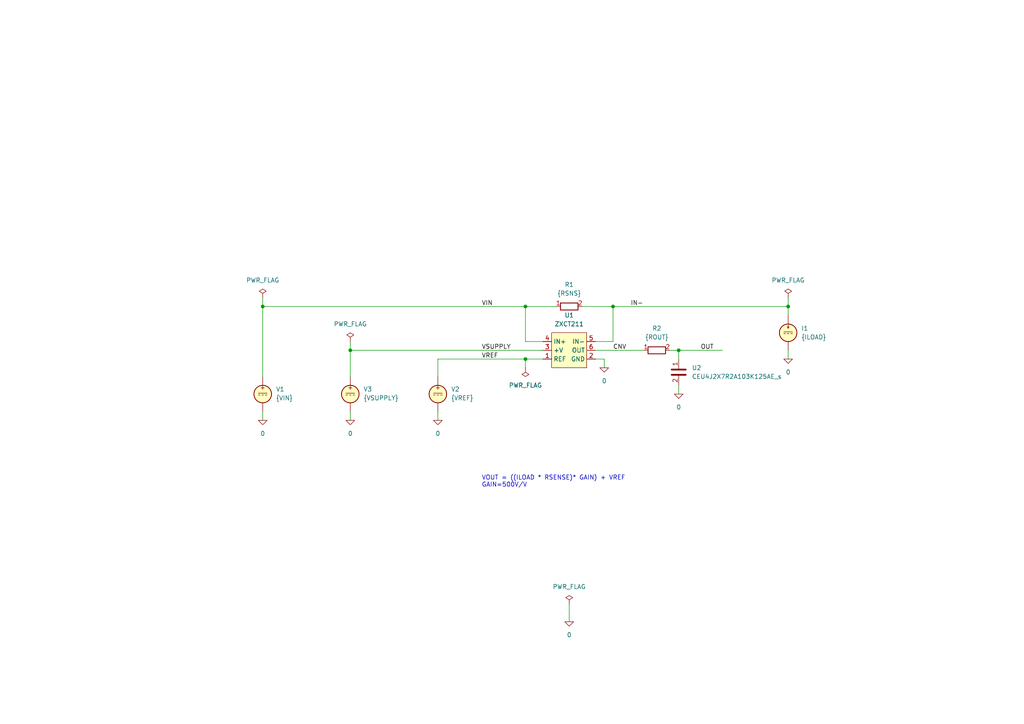
<source format=kicad_sch>
(kicad_sch
	(version 20250114)
	(generator "eeschema")
	(generator_version "9.0")
	(uuid "455fc641-20c7-4e9e-8241-2670819fc477")
	(paper "A4")
	(title_block
		(title "26V, Zero-Drift, High-Precision Current Monitor. 500V/V.")
		(date "2025-06-19")
		(rev "1")
		(company "astroelectronic@")
		(comment 1 "-")
		(comment 2 "-")
		(comment 3 "-")
		(comment 4 "AE01001211")
	)
	(lib_symbols
		(symbol "ZXCT210:0"
			(power)
			(pin_numbers
				(hide yes)
			)
			(pin_names
				(offset 0)
				(hide yes)
			)
			(exclude_from_sim no)
			(in_bom yes)
			(on_board yes)
			(property "Reference" "#GND"
				(at 0 -5.08 0)
				(effects
					(font
						(size 1.27 1.27)
					)
					(hide yes)
				)
			)
			(property "Value" "0"
				(at 0 -2.54 0)
				(effects
					(font
						(size 1.27 1.27)
					)
				)
			)
			(property "Footprint" ""
				(at 0 0 0)
				(effects
					(font
						(size 1.27 1.27)
					)
					(hide yes)
				)
			)
			(property "Datasheet" "https://ngspice.sourceforge.io/docs/ngspice-html-manual/manual.xhtml#subsec_Circuit_elements__device"
				(at 0 -10.16 0)
				(effects
					(font
						(size 1.27 1.27)
					)
					(hide yes)
				)
			)
			(property "Description" "0V reference potential for simulation"
				(at 0 -7.62 0)
				(effects
					(font
						(size 1.27 1.27)
					)
					(hide yes)
				)
			)
			(property "ki_keywords" "simulation"
				(at 0 0 0)
				(effects
					(font
						(size 1.27 1.27)
					)
					(hide yes)
				)
			)
			(symbol "0_0_1"
				(polyline
					(pts
						(xy -1.27 0) (xy 0 -1.27) (xy 1.27 0) (xy -1.27 0)
					)
					(stroke
						(width 0)
						(type default)
					)
					(fill
						(type none)
					)
				)
			)
			(symbol "0_1_1"
				(pin power_in line
					(at 0 0 0)
					(length 0)
					(name "~"
						(effects
							(font
								(size 1.016 1.016)
							)
						)
					)
					(number "1"
						(effects
							(font
								(size 1.016 1.016)
							)
						)
					)
				)
			)
			(embedded_fonts no)
		)
		(symbol "ZXCT210:C"
			(pin_names
				(offset 0.254)
				(hide yes)
			)
			(exclude_from_sim no)
			(in_bom yes)
			(on_board yes)
			(property "Reference" "C"
				(at 0.635 2.54 0)
				(effects
					(font
						(size 1.27 1.27)
					)
					(justify left)
				)
			)
			(property "Value" "C"
				(at 0.635 -2.54 0)
				(effects
					(font
						(size 1.27 1.27)
					)
					(justify left)
				)
			)
			(property "Footprint" ""
				(at 0.9652 -3.81 0)
				(effects
					(font
						(size 1.27 1.27)
					)
					(hide yes)
				)
			)
			(property "Datasheet" "~"
				(at 0 0 0)
				(effects
					(font
						(size 1.27 1.27)
					)
					(hide yes)
				)
			)
			(property "Description" "Unpolarized capacitor"
				(at 0 0 0)
				(effects
					(font
						(size 1.27 1.27)
					)
					(hide yes)
				)
			)
			(property "ki_keywords" "cap capacitor"
				(at 0 0 0)
				(effects
					(font
						(size 1.27 1.27)
					)
					(hide yes)
				)
			)
			(property "ki_fp_filters" "C_*"
				(at 0 0 0)
				(effects
					(font
						(size 1.27 1.27)
					)
					(hide yes)
				)
			)
			(symbol "C_0_1"
				(polyline
					(pts
						(xy -2.032 0.762) (xy 2.032 0.762)
					)
					(stroke
						(width 0.508)
						(type default)
					)
					(fill
						(type none)
					)
				)
				(polyline
					(pts
						(xy -2.032 -0.762) (xy 2.032 -0.762)
					)
					(stroke
						(width 0.508)
						(type default)
					)
					(fill
						(type none)
					)
				)
			)
			(symbol "C_1_1"
				(pin passive line
					(at 0 3.81 270)
					(length 2.794)
					(name "~"
						(effects
							(font
								(size 1.27 1.27)
							)
						)
					)
					(number "1"
						(effects
							(font
								(size 1.27 1.27)
							)
						)
					)
				)
				(pin passive line
					(at 0 -3.81 90)
					(length 2.794)
					(name "~"
						(effects
							(font
								(size 1.27 1.27)
							)
						)
					)
					(number "2"
						(effects
							(font
								(size 1.27 1.27)
							)
						)
					)
				)
			)
			(embedded_fonts no)
		)
		(symbol "ZXCT210:IDC"
			(pin_numbers
				(hide yes)
			)
			(pin_names
				(offset 0.0254)
			)
			(exclude_from_sim no)
			(in_bom yes)
			(on_board yes)
			(property "Reference" "I"
				(at 2.54 2.54 0)
				(effects
					(font
						(size 1.27 1.27)
					)
					(justify left)
				)
			)
			(property "Value" "1"
				(at 2.54 0 0)
				(effects
					(font
						(size 1.27 1.27)
					)
					(justify left)
				)
			)
			(property "Footprint" ""
				(at 0 0 0)
				(effects
					(font
						(size 1.27 1.27)
					)
					(hide yes)
				)
			)
			(property "Datasheet" "https://ngspice.sourceforge.io/docs/ngspice-html-manual/manual.xhtml#sec_Independent_Sources_for"
				(at 0 0 0)
				(effects
					(font
						(size 1.27 1.27)
					)
					(hide yes)
				)
			)
			(property "Description" "Current source, DC"
				(at 0 0 0)
				(effects
					(font
						(size 1.27 1.27)
					)
					(hide yes)
				)
			)
			(property "Sim.Pins" "1=+ 2=-"
				(at 0 0 0)
				(effects
					(font
						(size 1.27 1.27)
					)
					(hide yes)
				)
			)
			(property "Sim.Type" "DC"
				(at 0 0 0)
				(effects
					(font
						(size 1.27 1.27)
					)
					(hide yes)
				)
			)
			(property "Sim.Device" "I"
				(at 0 0 0)
				(effects
					(font
						(size 1.27 1.27)
					)
					(hide yes)
				)
			)
			(property "ki_keywords" "simulation"
				(at 0 0 0)
				(effects
					(font
						(size 1.27 1.27)
					)
					(hide yes)
				)
			)
			(symbol "IDC_0_0"
				(polyline
					(pts
						(xy -1.27 0.254) (xy 1.27 0.254)
					)
					(stroke
						(width 0)
						(type default)
					)
					(fill
						(type none)
					)
				)
				(polyline
					(pts
						(xy -0.762 -0.254) (xy -1.27 -0.254)
					)
					(stroke
						(width 0)
						(type default)
					)
					(fill
						(type none)
					)
				)
				(polyline
					(pts
						(xy 0.254 -0.254) (xy -0.254 -0.254)
					)
					(stroke
						(width 0)
						(type default)
					)
					(fill
						(type none)
					)
				)
				(polyline
					(pts
						(xy 1.27 -0.254) (xy 0.762 -0.254)
					)
					(stroke
						(width 0)
						(type default)
					)
					(fill
						(type none)
					)
				)
			)
			(symbol "IDC_0_1"
				(polyline
					(pts
						(xy -0.254 1.778) (xy 0 1.27) (xy 0.254 1.778)
					)
					(stroke
						(width 0)
						(type default)
					)
					(fill
						(type none)
					)
				)
				(polyline
					(pts
						(xy 0 1.27) (xy 0 2.286)
					)
					(stroke
						(width 0)
						(type default)
					)
					(fill
						(type none)
					)
				)
				(circle
					(center 0 0)
					(radius 2.54)
					(stroke
						(width 0.254)
						(type default)
					)
					(fill
						(type background)
					)
				)
			)
			(symbol "IDC_1_1"
				(pin passive line
					(at 0 5.08 270)
					(length 2.54)
					(name "~"
						(effects
							(font
								(size 1.27 1.27)
							)
						)
					)
					(number "1"
						(effects
							(font
								(size 1.27 1.27)
							)
						)
					)
				)
				(pin passive line
					(at 0 -5.08 90)
					(length 2.54)
					(name "~"
						(effects
							(font
								(size 1.27 1.27)
							)
						)
					)
					(number "2"
						(effects
							(font
								(size 1.27 1.27)
							)
						)
					)
				)
			)
			(embedded_fonts no)
		)
		(symbol "ZXCT210:PWR_FLAG"
			(power)
			(pin_numbers
				(hide yes)
			)
			(pin_names
				(offset 0)
				(hide yes)
			)
			(exclude_from_sim no)
			(in_bom yes)
			(on_board yes)
			(property "Reference" "#FLG"
				(at 0 1.905 0)
				(effects
					(font
						(size 1.27 1.27)
					)
					(hide yes)
				)
			)
			(property "Value" "PWR_FLAG"
				(at 0 3.81 0)
				(effects
					(font
						(size 1.27 1.27)
					)
				)
			)
			(property "Footprint" ""
				(at 0 0 0)
				(effects
					(font
						(size 1.27 1.27)
					)
					(hide yes)
				)
			)
			(property "Datasheet" "~"
				(at 0 0 0)
				(effects
					(font
						(size 1.27 1.27)
					)
					(hide yes)
				)
			)
			(property "Description" "Special symbol for telling ERC where power comes from"
				(at 0 0 0)
				(effects
					(font
						(size 1.27 1.27)
					)
					(hide yes)
				)
			)
			(property "ki_keywords" "flag power"
				(at 0 0 0)
				(effects
					(font
						(size 1.27 1.27)
					)
					(hide yes)
				)
			)
			(symbol "PWR_FLAG_0_0"
				(pin power_out line
					(at 0 0 90)
					(length 0)
					(name "~"
						(effects
							(font
								(size 1.27 1.27)
							)
						)
					)
					(number "1"
						(effects
							(font
								(size 1.27 1.27)
							)
						)
					)
				)
			)
			(symbol "PWR_FLAG_0_1"
				(polyline
					(pts
						(xy 0 0) (xy 0 1.27) (xy -1.016 1.905) (xy 0 2.54) (xy 1.016 1.905) (xy 0 1.27)
					)
					(stroke
						(width 0)
						(type default)
					)
					(fill
						(type none)
					)
				)
			)
			(embedded_fonts no)
		)
		(symbol "ZXCT210:R"
			(pin_names
				(offset 0)
				(hide yes)
			)
			(exclude_from_sim no)
			(in_bom yes)
			(on_board yes)
			(property "Reference" "R"
				(at 2.032 0 90)
				(effects
					(font
						(size 1.27 1.27)
					)
				)
			)
			(property "Value" "R"
				(at 0 0 90)
				(effects
					(font
						(size 1.27 1.27)
					)
				)
			)
			(property "Footprint" ""
				(at -1.778 0 90)
				(effects
					(font
						(size 1.27 1.27)
					)
					(hide yes)
				)
			)
			(property "Datasheet" "~"
				(at 0 0 0)
				(effects
					(font
						(size 1.27 1.27)
					)
					(hide yes)
				)
			)
			(property "Description" "Resistor"
				(at 0 0 0)
				(effects
					(font
						(size 1.27 1.27)
					)
					(hide yes)
				)
			)
			(property "ki_keywords" "R res resistor"
				(at 0 0 0)
				(effects
					(font
						(size 1.27 1.27)
					)
					(hide yes)
				)
			)
			(property "ki_fp_filters" "R_*"
				(at 0 0 0)
				(effects
					(font
						(size 1.27 1.27)
					)
					(hide yes)
				)
			)
			(symbol "R_0_1"
				(rectangle
					(start -1.016 -2.54)
					(end 1.016 2.54)
					(stroke
						(width 0.254)
						(type default)
					)
					(fill
						(type none)
					)
				)
			)
			(symbol "R_1_1"
				(pin passive line
					(at 0 3.81 270)
					(length 1.27)
					(name "~"
						(effects
							(font
								(size 1.27 1.27)
							)
						)
					)
					(number "1"
						(effects
							(font
								(size 1.27 1.27)
							)
						)
					)
				)
				(pin passive line
					(at 0 -3.81 90)
					(length 1.27)
					(name "~"
						(effects
							(font
								(size 1.27 1.27)
							)
						)
					)
					(number "2"
						(effects
							(font
								(size 1.27 1.27)
							)
						)
					)
				)
			)
			(embedded_fonts no)
		)
		(symbol "ZXCT210:VDC"
			(pin_numbers
				(hide yes)
			)
			(pin_names
				(offset 0.0254)
			)
			(exclude_from_sim no)
			(in_bom yes)
			(on_board yes)
			(property "Reference" "V"
				(at 2.54 2.54 0)
				(effects
					(font
						(size 1.27 1.27)
					)
					(justify left)
				)
			)
			(property "Value" "1"
				(at 2.54 0 0)
				(effects
					(font
						(size 1.27 1.27)
					)
					(justify left)
				)
			)
			(property "Footprint" ""
				(at 0 0 0)
				(effects
					(font
						(size 1.27 1.27)
					)
					(hide yes)
				)
			)
			(property "Datasheet" "https://ngspice.sourceforge.io/docs/ngspice-html-manual/manual.xhtml#sec_Independent_Sources_for"
				(at 0 0 0)
				(effects
					(font
						(size 1.27 1.27)
					)
					(hide yes)
				)
			)
			(property "Description" "Voltage source, DC"
				(at 0 0 0)
				(effects
					(font
						(size 1.27 1.27)
					)
					(hide yes)
				)
			)
			(property "Sim.Pins" "1=+ 2=-"
				(at 0 0 0)
				(effects
					(font
						(size 1.27 1.27)
					)
					(hide yes)
				)
			)
			(property "Sim.Type" "DC"
				(at 0 0 0)
				(effects
					(font
						(size 1.27 1.27)
					)
					(hide yes)
				)
			)
			(property "Sim.Device" "V"
				(at 0 0 0)
				(effects
					(font
						(size 1.27 1.27)
					)
					(justify left)
					(hide yes)
				)
			)
			(property "ki_keywords" "simulation"
				(at 0 0 0)
				(effects
					(font
						(size 1.27 1.27)
					)
					(hide yes)
				)
			)
			(symbol "VDC_0_0"
				(polyline
					(pts
						(xy -1.27 0.254) (xy 1.27 0.254)
					)
					(stroke
						(width 0)
						(type default)
					)
					(fill
						(type none)
					)
				)
				(polyline
					(pts
						(xy -0.762 -0.254) (xy -1.27 -0.254)
					)
					(stroke
						(width 0)
						(type default)
					)
					(fill
						(type none)
					)
				)
				(polyline
					(pts
						(xy 0.254 -0.254) (xy -0.254 -0.254)
					)
					(stroke
						(width 0)
						(type default)
					)
					(fill
						(type none)
					)
				)
				(polyline
					(pts
						(xy 1.27 -0.254) (xy 0.762 -0.254)
					)
					(stroke
						(width 0)
						(type default)
					)
					(fill
						(type none)
					)
				)
				(text "+"
					(at 0 1.905 0)
					(effects
						(font
							(size 1.27 1.27)
						)
					)
				)
			)
			(symbol "VDC_0_1"
				(circle
					(center 0 0)
					(radius 2.54)
					(stroke
						(width 0.254)
						(type default)
					)
					(fill
						(type background)
					)
				)
			)
			(symbol "VDC_1_1"
				(pin passive line
					(at 0 5.08 270)
					(length 2.54)
					(name "~"
						(effects
							(font
								(size 1.27 1.27)
							)
						)
					)
					(number "1"
						(effects
							(font
								(size 1.27 1.27)
							)
						)
					)
				)
				(pin passive line
					(at 0 -5.08 90)
					(length 2.54)
					(name "~"
						(effects
							(font
								(size 1.27 1.27)
							)
						)
					)
					(number "2"
						(effects
							(font
								(size 1.27 1.27)
							)
						)
					)
				)
			)
			(embedded_fonts no)
		)
		(symbol "ZXCT211:ZXCT211"
			(exclude_from_sim no)
			(in_bom yes)
			(on_board yes)
			(property "Reference" "U"
				(at 0 8.636 0)
				(effects
					(font
						(size 1.27 1.27)
					)
				)
			)
			(property "Value" "ZXCT211"
				(at 0 6.35 0)
				(effects
					(font
						(size 1.27 1.27)
					)
				)
			)
			(property "Footprint" ""
				(at 0 0 0)
				(effects
					(font
						(size 1.27 1.27)
					)
					(hide yes)
				)
			)
			(property "Datasheet" ""
				(at 0 0 0)
				(effects
					(font
						(size 1.27 1.27)
					)
					(hide yes)
				)
			)
			(property "Description" ""
				(at 0 0 0)
				(effects
					(font
						(size 1.27 1.27)
					)
					(hide yes)
				)
			)
			(symbol "ZXCT211_1_1"
				(rectangle
					(start -5.08 5.08)
					(end 5.08 -5.08)
					(stroke
						(width 0)
						(type solid)
					)
					(fill
						(type background)
					)
				)
				(pin passive line
					(at -7.62 2.54 0)
					(length 2.54)
					(name "IN+"
						(effects
							(font
								(size 1.27 1.27)
							)
						)
					)
					(number "4"
						(effects
							(font
								(size 1.27 1.27)
							)
						)
					)
				)
				(pin passive line
					(at -7.62 0 0)
					(length 2.54)
					(name "+V"
						(effects
							(font
								(size 1.27 1.27)
							)
						)
					)
					(number "3"
						(effects
							(font
								(size 1.27 1.27)
							)
						)
					)
				)
				(pin passive line
					(at -7.62 -2.54 0)
					(length 2.54)
					(name "REF"
						(effects
							(font
								(size 1.27 1.27)
							)
						)
					)
					(number "1"
						(effects
							(font
								(size 1.27 1.27)
							)
						)
					)
				)
				(pin passive line
					(at 7.62 2.54 180)
					(length 2.54)
					(name "IN-"
						(effects
							(font
								(size 1.27 1.27)
							)
						)
					)
					(number "5"
						(effects
							(font
								(size 1.27 1.27)
							)
						)
					)
				)
				(pin passive line
					(at 7.62 0 180)
					(length 2.54)
					(name "OUT"
						(effects
							(font
								(size 1.27 1.27)
							)
						)
					)
					(number "6"
						(effects
							(font
								(size 1.27 1.27)
							)
						)
					)
				)
				(pin passive line
					(at 7.62 -2.54 180)
					(length 2.54)
					(name "GND"
						(effects
							(font
								(size 1.27 1.27)
							)
						)
					)
					(number "2"
						(effects
							(font
								(size 1.27 1.27)
							)
						)
					)
				)
			)
			(embedded_fonts no)
		)
	)
	(text "VOUT = ((ILOAD * RSENSE)* GAIN) + VREF\nGAIN=500V/V"
		(exclude_from_sim no)
		(at 139.7 139.7 0)
		(effects
			(font
				(size 1.27 1.27)
			)
			(justify left)
		)
		(uuid "a5caffef-6bd3-453f-9e43-3bf0c9dfcca0")
	)
	(junction
		(at 228.6 88.9)
		(diameter 0)
		(color 0 0 0 0)
		(uuid "0a3061e5-6401-4895-961b-7ea65c1a2872")
	)
	(junction
		(at 196.85 101.6)
		(diameter 0)
		(color 0 0 0 0)
		(uuid "16a23488-2277-452e-8dd7-6768a6021d30")
	)
	(junction
		(at 152.4 88.9)
		(diameter 0)
		(color 0 0 0 0)
		(uuid "3628b1b6-b34f-4851-a4e3-bb8dc9d9f9d0")
	)
	(junction
		(at 152.4 104.14)
		(diameter 0)
		(color 0 0 0 0)
		(uuid "38c4be47-0504-4d86-8637-946268d5b9d4")
	)
	(junction
		(at 177.8 88.9)
		(diameter 0)
		(color 0 0 0 0)
		(uuid "94c2df24-da2e-4b9c-b134-5a280d95f3e8")
	)
	(junction
		(at 76.2 88.9)
		(diameter 0)
		(color 0 0 0 0)
		(uuid "a26c8161-a095-4fb9-8077-f9689ad269fb")
	)
	(junction
		(at 101.6 101.6)
		(diameter 0)
		(color 0 0 0 0)
		(uuid "b578d2df-ef50-49fa-aae3-7d98df1b33a5")
	)
	(wire
		(pts
			(xy 152.4 99.06) (xy 152.4 88.9)
		)
		(stroke
			(width 0)
			(type default)
		)
		(uuid "09ac9d06-8015-450d-80eb-69da42bf8689")
	)
	(wire
		(pts
			(xy 177.8 88.9) (xy 228.6 88.9)
		)
		(stroke
			(width 0)
			(type default)
		)
		(uuid "0fffa8b0-da13-4ee9-82ea-4c170b003f8d")
	)
	(wire
		(pts
			(xy 127 104.14) (xy 152.4 104.14)
		)
		(stroke
			(width 0)
			(type default)
		)
		(uuid "10ad0538-0bdc-47b9-a899-59429ffec9aa")
	)
	(wire
		(pts
			(xy 172.72 101.6) (xy 186.69 101.6)
		)
		(stroke
			(width 0)
			(type default)
		)
		(uuid "1d3da28c-49ad-498e-9600-28e43cc61553")
	)
	(wire
		(pts
			(xy 152.4 104.14) (xy 152.4 106.68)
		)
		(stroke
			(width 0)
			(type default)
		)
		(uuid "1f85954a-047e-46e5-bcf7-584f70d2a98d")
	)
	(wire
		(pts
			(xy 196.85 111.76) (xy 196.85 114.3)
		)
		(stroke
			(width 0)
			(type default)
		)
		(uuid "36df62e8-0c9f-4251-ac3f-2832ca0cc1f3")
	)
	(wire
		(pts
			(xy 194.31 101.6) (xy 196.85 101.6)
		)
		(stroke
			(width 0)
			(type default)
		)
		(uuid "3a2bc204-7533-42a5-9eab-56cb3c8bcb5b")
	)
	(wire
		(pts
			(xy 127 119.38) (xy 127 121.92)
		)
		(stroke
			(width 0)
			(type default)
		)
		(uuid "3f5d6001-222f-43e4-973d-29563eac5b13")
	)
	(wire
		(pts
			(xy 76.2 88.9) (xy 152.4 88.9)
		)
		(stroke
			(width 0)
			(type default)
		)
		(uuid "44830f18-0683-4836-8f28-c77d9a03af83")
	)
	(wire
		(pts
			(xy 101.6 99.06) (xy 101.6 101.6)
		)
		(stroke
			(width 0)
			(type default)
		)
		(uuid "4aa9d5f6-9fe4-422c-9613-8bbd2e195199")
	)
	(wire
		(pts
			(xy 177.8 99.06) (xy 177.8 88.9)
		)
		(stroke
			(width 0)
			(type default)
		)
		(uuid "52ba0470-5b56-4c4a-96fc-0a3c6e6d5ce4")
	)
	(wire
		(pts
			(xy 152.4 104.14) (xy 157.48 104.14)
		)
		(stroke
			(width 0)
			(type default)
		)
		(uuid "5661ed08-6d21-4ef0-90c0-2b3fc7622e57")
	)
	(wire
		(pts
			(xy 157.48 99.06) (xy 152.4 99.06)
		)
		(stroke
			(width 0)
			(type default)
		)
		(uuid "5a763282-713b-4cef-a15f-a2e7b3c35f0c")
	)
	(wire
		(pts
			(xy 172.72 99.06) (xy 177.8 99.06)
		)
		(stroke
			(width 0)
			(type default)
		)
		(uuid "69d3695f-5496-45bb-abb9-422b23de7695")
	)
	(wire
		(pts
			(xy 196.85 101.6) (xy 209.55 101.6)
		)
		(stroke
			(width 0)
			(type default)
		)
		(uuid "6b96a463-4b62-410c-a264-a148b5227ec5")
	)
	(wire
		(pts
			(xy 228.6 101.6) (xy 228.6 104.14)
		)
		(stroke
			(width 0)
			(type default)
		)
		(uuid "6c7c733a-f945-40ff-9998-1126a6b79740")
	)
	(wire
		(pts
			(xy 76.2 119.38) (xy 76.2 121.92)
		)
		(stroke
			(width 0)
			(type default)
		)
		(uuid "6d75ca42-45c4-4c58-b78d-9dc0fe60b7e1")
	)
	(wire
		(pts
			(xy 101.6 119.38) (xy 101.6 121.92)
		)
		(stroke
			(width 0)
			(type default)
		)
		(uuid "76182d73-f986-4986-af89-0e73eca9b29a")
	)
	(wire
		(pts
			(xy 177.8 88.9) (xy 168.91 88.9)
		)
		(stroke
			(width 0)
			(type default)
		)
		(uuid "7ca5ddf9-590e-4e54-ba8f-b94a68c1b6c9")
	)
	(wire
		(pts
			(xy 127 104.14) (xy 127 109.22)
		)
		(stroke
			(width 0)
			(type default)
		)
		(uuid "88c8e68c-433b-43ec-b403-d08247c56bd7")
	)
	(wire
		(pts
			(xy 76.2 88.9) (xy 76.2 109.22)
		)
		(stroke
			(width 0)
			(type default)
		)
		(uuid "92f826a9-2075-4edc-aac5-89e4da6f3535")
	)
	(wire
		(pts
			(xy 101.6 101.6) (xy 157.48 101.6)
		)
		(stroke
			(width 0)
			(type default)
		)
		(uuid "9c4825e9-0509-48f6-809b-d058e087dd89")
	)
	(wire
		(pts
			(xy 196.85 101.6) (xy 196.85 104.14)
		)
		(stroke
			(width 0)
			(type default)
		)
		(uuid "afa95b61-1367-4d05-baab-018dd51b7f41")
	)
	(wire
		(pts
			(xy 165.1 175.26) (xy 165.1 180.34)
		)
		(stroke
			(width 0)
			(type default)
		)
		(uuid "b7bce18a-9866-4032-b668-cd31904a3e4c")
	)
	(wire
		(pts
			(xy 175.26 106.68) (xy 175.26 104.14)
		)
		(stroke
			(width 0)
			(type default)
		)
		(uuid "bed7309f-f0ab-4b51-9438-9fbf2b04c8f6")
	)
	(wire
		(pts
			(xy 175.26 104.14) (xy 172.72 104.14)
		)
		(stroke
			(width 0)
			(type default)
		)
		(uuid "c5b7a985-49ae-4605-92b1-1840f8030bf3")
	)
	(wire
		(pts
			(xy 228.6 88.9) (xy 228.6 91.44)
		)
		(stroke
			(width 0)
			(type default)
		)
		(uuid "caaa7710-bbc1-4d32-bdeb-2f5000942232")
	)
	(wire
		(pts
			(xy 228.6 86.36) (xy 228.6 88.9)
		)
		(stroke
			(width 0)
			(type default)
		)
		(uuid "d6b848c0-3266-4405-a86f-4374e824796d")
	)
	(wire
		(pts
			(xy 76.2 86.36) (xy 76.2 88.9)
		)
		(stroke
			(width 0)
			(type default)
		)
		(uuid "e4da28a8-4960-4482-b1e6-0d045dcb5cf6")
	)
	(wire
		(pts
			(xy 152.4 88.9) (xy 161.29 88.9)
		)
		(stroke
			(width 0)
			(type default)
		)
		(uuid "e7afa915-a981-4546-b8f3-42abec97cfad")
	)
	(wire
		(pts
			(xy 101.6 101.6) (xy 101.6 109.22)
		)
		(stroke
			(width 0)
			(type default)
		)
		(uuid "f4938b57-d5ba-451a-8f33-61636d96cf12")
	)
	(label "VIN"
		(at 139.7 88.9 0)
		(effects
			(font
				(size 1.27 1.27)
			)
			(justify left bottom)
		)
		(uuid "030994ab-c09a-4c03-95b6-f460d842e16e")
	)
	(label "VSUPPLY"
		(at 139.7 101.6 0)
		(effects
			(font
				(size 1.27 1.27)
			)
			(justify left bottom)
		)
		(uuid "288d0ac3-580a-49fb-8b71-4d2c30a3ee0a")
	)
	(label "VREF"
		(at 139.7 104.14 0)
		(effects
			(font
				(size 1.27 1.27)
			)
			(justify left bottom)
		)
		(uuid "46c7b12b-7301-455d-a3be-0d22a9f516e0")
	)
	(label "CNV"
		(at 177.8 101.6 0)
		(effects
			(font
				(size 1.27 1.27)
			)
			(justify left bottom)
		)
		(uuid "4fc4e1d3-56f2-475d-9a16-f3e3ae791f2c")
	)
	(label "IN-"
		(at 182.88 88.9 0)
		(effects
			(font
				(size 1.27 1.27)
			)
			(justify left bottom)
		)
		(uuid "880e6e31-6fc7-4cdd-85c7-544a160b22fa")
	)
	(label "OUT"
		(at 203.2 101.6 0)
		(effects
			(font
				(size 1.27 1.27)
			)
			(justify left bottom)
		)
		(uuid "889aa515-44b7-42b2-ab48-27d6723d124b")
	)
	(symbol
		(lib_id "ZXCT210:R")
		(at 165.1 88.9 90)
		(unit 1)
		(exclude_from_sim no)
		(in_bom yes)
		(on_board yes)
		(dnp no)
		(fields_autoplaced yes)
		(uuid "0c7cd91c-c0e7-4c64-adc8-61d938c1cda4")
		(property "Reference" "R1"
			(at 165.1 82.55 90)
			(effects
				(font
					(size 1.27 1.27)
				)
			)
		)
		(property "Value" "{RSNS}"
			(at 165.1 85.09 90)
			(effects
				(font
					(size 1.27 1.27)
				)
			)
		)
		(property "Footprint" ""
			(at 165.1 90.678 90)
			(effects
				(font
					(size 1.27 1.27)
				)
				(hide yes)
			)
		)
		(property "Datasheet" "~"
			(at 165.1 88.9 0)
			(effects
				(font
					(size 1.27 1.27)
				)
				(hide yes)
			)
		)
		(property "Description" "Resistor"
			(at 165.1 88.9 0)
			(effects
				(font
					(size 1.27 1.27)
				)
				(hide yes)
			)
		)
		(pin "2"
			(uuid "f3f21b90-08da-4eb0-bd89-61f241db5ebd")
		)
		(pin "1"
			(uuid "c0e3f967-b0f6-46f1-a443-dc201580d94e")
		)
		(instances
			(project "ZXCT211"
				(path "/455fc641-20c7-4e9e-8241-2670819fc477"
					(reference "R1")
					(unit 1)
				)
			)
		)
	)
	(symbol
		(lib_id "ZXCT210:0")
		(at 175.26 106.68 0)
		(unit 1)
		(exclude_from_sim no)
		(in_bom yes)
		(on_board yes)
		(dnp no)
		(fields_autoplaced yes)
		(uuid "1131f058-b6cd-40f2-aa93-900d693e5a89")
		(property "Reference" "#GND03"
			(at 175.26 111.76 0)
			(effects
				(font
					(size 1.27 1.27)
				)
				(hide yes)
			)
		)
		(property "Value" "0"
			(at 175.26 110.49 0)
			(effects
				(font
					(size 1.27 1.27)
				)
			)
		)
		(property "Footprint" ""
			(at 175.26 106.68 0)
			(effects
				(font
					(size 1.27 1.27)
				)
				(hide yes)
			)
		)
		(property "Datasheet" "https://ngspice.sourceforge.io/docs/ngspice-html-manual/manual.xhtml#subsec_Circuit_elements__device"
			(at 175.26 116.84 0)
			(effects
				(font
					(size 1.27 1.27)
				)
				(hide yes)
			)
		)
		(property "Description" "0V reference potential for simulation"
			(at 175.26 114.3 0)
			(effects
				(font
					(size 1.27 1.27)
				)
				(hide yes)
			)
		)
		(pin "1"
			(uuid "98fc72b7-5733-4bb5-b7ae-146d94d91e07")
		)
		(instances
			(project "ZXCT211"
				(path "/455fc641-20c7-4e9e-8241-2670819fc477"
					(reference "#GND03")
					(unit 1)
				)
			)
		)
	)
	(symbol
		(lib_id "ZXCT210:VDC")
		(at 101.6 114.3 0)
		(unit 1)
		(exclude_from_sim no)
		(in_bom yes)
		(on_board yes)
		(dnp no)
		(fields_autoplaced yes)
		(uuid "305af13e-e1c2-412b-ad8f-1e8c021c7630")
		(property "Reference" "V3"
			(at 105.41 112.9001 0)
			(effects
				(font
					(size 1.27 1.27)
				)
				(justify left)
			)
		)
		(property "Value" "{VSUPPLY}"
			(at 105.41 115.4401 0)
			(effects
				(font
					(size 1.27 1.27)
				)
				(justify left)
			)
		)
		(property "Footprint" ""
			(at 101.6 114.3 0)
			(effects
				(font
					(size 1.27 1.27)
				)
				(hide yes)
			)
		)
		(property "Datasheet" "https://ngspice.sourceforge.io/docs/ngspice-html-manual/manual.xhtml#sec_Independent_Sources_for"
			(at 101.6 114.3 0)
			(effects
				(font
					(size 1.27 1.27)
				)
				(hide yes)
			)
		)
		(property "Description" "Voltage source, DC"
			(at 101.6 114.3 0)
			(effects
				(font
					(size 1.27 1.27)
				)
				(hide yes)
			)
		)
		(property "Sim.Pins" "1=+ 2=-"
			(at 101.6 114.3 0)
			(effects
				(font
					(size 1.27 1.27)
				)
				(hide yes)
			)
		)
		(property "Sim.Type" "DC"
			(at 101.6 114.3 0)
			(effects
				(font
					(size 1.27 1.27)
				)
				(hide yes)
			)
		)
		(property "Sim.Device" "V"
			(at 101.6 114.3 0)
			(effects
				(font
					(size 1.27 1.27)
				)
				(justify left)
				(hide yes)
			)
		)
		(pin "1"
			(uuid "3ac4f2dd-88d2-4d82-a1be-5bf43375448a")
		)
		(pin "2"
			(uuid "e93c9aef-7d62-43a0-81c0-7536d160ee4d")
		)
		(instances
			(project "ZXCT211"
				(path "/455fc641-20c7-4e9e-8241-2670819fc477"
					(reference "V3")
					(unit 1)
				)
			)
		)
	)
	(symbol
		(lib_id "ZXCT210:R")
		(at 190.5 101.6 90)
		(unit 1)
		(exclude_from_sim no)
		(in_bom yes)
		(on_board yes)
		(dnp no)
		(fields_autoplaced yes)
		(uuid "433e41b9-94f5-4a9a-ab82-c3426a2f00d5")
		(property "Reference" "R2"
			(at 190.5 95.25 90)
			(effects
				(font
					(size 1.27 1.27)
				)
			)
		)
		(property "Value" "{ROUT}"
			(at 190.5 97.79 90)
			(effects
				(font
					(size 1.27 1.27)
				)
			)
		)
		(property "Footprint" ""
			(at 190.5 103.378 90)
			(effects
				(font
					(size 1.27 1.27)
				)
				(hide yes)
			)
		)
		(property "Datasheet" "~"
			(at 190.5 101.6 0)
			(effects
				(font
					(size 1.27 1.27)
				)
				(hide yes)
			)
		)
		(property "Description" "Resistor"
			(at 190.5 101.6 0)
			(effects
				(font
					(size 1.27 1.27)
				)
				(hide yes)
			)
		)
		(pin "1"
			(uuid "1ff46e8e-c297-454c-b2c3-e485f03ec0e0")
		)
		(pin "2"
			(uuid "22080368-1c3f-47a2-b5af-be61e27138ec")
		)
		(instances
			(project "ZXCT211"
				(path "/455fc641-20c7-4e9e-8241-2670819fc477"
					(reference "R2")
					(unit 1)
				)
			)
		)
	)
	(symbol
		(lib_id "ZXCT210:VDC")
		(at 127 114.3 0)
		(unit 1)
		(exclude_from_sim no)
		(in_bom yes)
		(on_board yes)
		(dnp no)
		(fields_autoplaced yes)
		(uuid "50c67927-cf69-4f2d-8485-0d6ab0f6578c")
		(property "Reference" "V2"
			(at 130.81 112.9001 0)
			(effects
				(font
					(size 1.27 1.27)
				)
				(justify left)
			)
		)
		(property "Value" "{VREF}"
			(at 130.81 115.4401 0)
			(effects
				(font
					(size 1.27 1.27)
				)
				(justify left)
			)
		)
		(property "Footprint" ""
			(at 127 114.3 0)
			(effects
				(font
					(size 1.27 1.27)
				)
				(hide yes)
			)
		)
		(property "Datasheet" "https://ngspice.sourceforge.io/docs/ngspice-html-manual/manual.xhtml#sec_Independent_Sources_for"
			(at 127 114.3 0)
			(effects
				(font
					(size 1.27 1.27)
				)
				(hide yes)
			)
		)
		(property "Description" "Voltage source, DC"
			(at 127 114.3 0)
			(effects
				(font
					(size 1.27 1.27)
				)
				(hide yes)
			)
		)
		(property "Sim.Pins" "1=+ 2=-"
			(at 127 114.3 0)
			(effects
				(font
					(size 1.27 1.27)
				)
				(hide yes)
			)
		)
		(property "Sim.Type" "DC"
			(at 127 114.3 0)
			(effects
				(font
					(size 1.27 1.27)
				)
				(hide yes)
			)
		)
		(property "Sim.Device" "V"
			(at 127 114.3 0)
			(effects
				(font
					(size 1.27 1.27)
				)
				(justify left)
				(hide yes)
			)
		)
		(pin "1"
			(uuid "3629ff4d-9bb1-48b4-be7f-b29f72b47046")
		)
		(pin "2"
			(uuid "eaf1f530-9dd1-4817-9fc2-1e9bc2d70c3a")
		)
		(instances
			(project "ZXCT211"
				(path "/455fc641-20c7-4e9e-8241-2670819fc477"
					(reference "V2")
					(unit 1)
				)
			)
		)
	)
	(symbol
		(lib_id "ZXCT210:C")
		(at 196.85 107.95 0)
		(unit 1)
		(exclude_from_sim no)
		(in_bom yes)
		(on_board yes)
		(dnp no)
		(fields_autoplaced yes)
		(uuid "55e7f736-2a84-4b0b-ad25-6cf0456dd4be")
		(property "Reference" "U2"
			(at 200.66 106.6799 0)
			(effects
				(font
					(size 1.27 1.27)
				)
				(justify left)
			)
		)
		(property "Value" "CEU4J2X7R2A103K125AE_s"
			(at 200.66 109.2199 0)
			(effects
				(font
					(size 1.27 1.27)
				)
				(justify left)
			)
		)
		(property "Footprint" ""
			(at 197.8152 111.76 0)
			(effects
				(font
					(size 1.27 1.27)
				)
				(hide yes)
			)
		)
		(property "Datasheet" "~"
			(at 196.85 107.95 0)
			(effects
				(font
					(size 1.27 1.27)
				)
				(hide yes)
			)
		)
		(property "Description" "Unpolarized capacitor"
			(at 196.85 107.95 0)
			(effects
				(font
					(size 1.27 1.27)
				)
				(hide yes)
			)
		)
		(property "Sim.Library" "CEU4J2X7R2A103K125AE_s.mod"
			(at 196.85 107.95 0)
			(effects
				(font
					(size 1.27 1.27)
				)
				(hide yes)
			)
		)
		(property "Sim.Name" "CEU4J2X7R2A103K125AE_s"
			(at 196.85 107.95 0)
			(effects
				(font
					(size 1.27 1.27)
				)
				(hide yes)
			)
		)
		(property "Sim.Device" "SUBCKT"
			(at 196.85 107.95 0)
			(effects
				(font
					(size 1.27 1.27)
				)
				(hide yes)
			)
		)
		(property "Sim.Pins" "1=n1 2=n2"
			(at 196.85 107.95 0)
			(effects
				(font
					(size 1.27 1.27)
				)
				(hide yes)
			)
		)
		(pin "1"
			(uuid "fb4d61ac-2e94-4233-8fd0-3d38e63a5754")
		)
		(pin "2"
			(uuid "01176ea5-5ba5-47ac-ac91-9a04e60d24de")
		)
		(instances
			(project "ZXCT211"
				(path "/455fc641-20c7-4e9e-8241-2670819fc477"
					(reference "U2")
					(unit 1)
				)
			)
		)
	)
	(symbol
		(lib_id "ZXCT210:PWR_FLAG")
		(at 101.6 99.06 0)
		(unit 1)
		(exclude_from_sim no)
		(in_bom yes)
		(on_board yes)
		(dnp no)
		(fields_autoplaced yes)
		(uuid "5d763938-ae1d-443c-8a6d-f7a0d87cbf62")
		(property "Reference" "#FLG02"
			(at 101.6 97.155 0)
			(effects
				(font
					(size 1.27 1.27)
				)
				(hide yes)
			)
		)
		(property "Value" "PWR_FLAG"
			(at 101.6 93.98 0)
			(effects
				(font
					(size 1.27 1.27)
				)
			)
		)
		(property "Footprint" ""
			(at 101.6 99.06 0)
			(effects
				(font
					(size 1.27 1.27)
				)
				(hide yes)
			)
		)
		(property "Datasheet" "~"
			(at 101.6 99.06 0)
			(effects
				(font
					(size 1.27 1.27)
				)
				(hide yes)
			)
		)
		(property "Description" "Special symbol for telling ERC where power comes from"
			(at 101.6 99.06 0)
			(effects
				(font
					(size 1.27 1.27)
				)
				(hide yes)
			)
		)
		(pin "1"
			(uuid "0475346e-99e2-428b-a6aa-b630ac36b211")
		)
		(instances
			(project "ZXCT211"
				(path "/455fc641-20c7-4e9e-8241-2670819fc477"
					(reference "#FLG02")
					(unit 1)
				)
			)
		)
	)
	(symbol
		(lib_id "ZXCT210:PWR_FLAG")
		(at 76.2 86.36 0)
		(unit 1)
		(exclude_from_sim no)
		(in_bom yes)
		(on_board yes)
		(dnp no)
		(fields_autoplaced yes)
		(uuid "6877cbd2-0b70-439d-a6ff-e01fbea1df65")
		(property "Reference" "#FLG01"
			(at 76.2 84.455 0)
			(effects
				(font
					(size 1.27 1.27)
				)
				(hide yes)
			)
		)
		(property "Value" "PWR_FLAG"
			(at 76.2 81.28 0)
			(effects
				(font
					(size 1.27 1.27)
				)
			)
		)
		(property "Footprint" ""
			(at 76.2 86.36 0)
			(effects
				(font
					(size 1.27 1.27)
				)
				(hide yes)
			)
		)
		(property "Datasheet" "~"
			(at 76.2 86.36 0)
			(effects
				(font
					(size 1.27 1.27)
				)
				(hide yes)
			)
		)
		(property "Description" "Special symbol for telling ERC where power comes from"
			(at 76.2 86.36 0)
			(effects
				(font
					(size 1.27 1.27)
				)
				(hide yes)
			)
		)
		(pin "1"
			(uuid "a52d5aaf-619d-4e0b-97c7-a1df07ce4ba8")
		)
		(instances
			(project "ZXCT211"
				(path "/455fc641-20c7-4e9e-8241-2670819fc477"
					(reference "#FLG01")
					(unit 1)
				)
			)
		)
	)
	(symbol
		(lib_id "ZXCT210:PWR_FLAG")
		(at 152.4 106.68 180)
		(unit 1)
		(exclude_from_sim no)
		(in_bom yes)
		(on_board yes)
		(dnp no)
		(fields_autoplaced yes)
		(uuid "6a26bc85-c794-42d7-a6ae-e554ab194063")
		(property "Reference" "#FLG05"
			(at 152.4 108.585 0)
			(effects
				(font
					(size 1.27 1.27)
				)
				(hide yes)
			)
		)
		(property "Value" "PWR_FLAG"
			(at 152.4 111.76 0)
			(effects
				(font
					(size 1.27 1.27)
				)
			)
		)
		(property "Footprint" ""
			(at 152.4 106.68 0)
			(effects
				(font
					(size 1.27 1.27)
				)
				(hide yes)
			)
		)
		(property "Datasheet" "~"
			(at 152.4 106.68 0)
			(effects
				(font
					(size 1.27 1.27)
				)
				(hide yes)
			)
		)
		(property "Description" "Special symbol for telling ERC where power comes from"
			(at 152.4 106.68 0)
			(effects
				(font
					(size 1.27 1.27)
				)
				(hide yes)
			)
		)
		(pin "1"
			(uuid "a48912e4-6956-42e0-bcf6-aea1a40b50c5")
		)
		(instances
			(project "ZXCT211"
				(path "/455fc641-20c7-4e9e-8241-2670819fc477"
					(reference "#FLG05")
					(unit 1)
				)
			)
		)
	)
	(symbol
		(lib_id "ZXCT210:PWR_FLAG")
		(at 228.6 86.36 0)
		(unit 1)
		(exclude_from_sim no)
		(in_bom yes)
		(on_board yes)
		(dnp no)
		(fields_autoplaced yes)
		(uuid "84ec9ae9-f4ff-4fc5-8167-4e7e207982e6")
		(property "Reference" "#FLG04"
			(at 228.6 84.455 0)
			(effects
				(font
					(size 1.27 1.27)
				)
				(hide yes)
			)
		)
		(property "Value" "PWR_FLAG"
			(at 228.6 81.28 0)
			(effects
				(font
					(size 1.27 1.27)
				)
			)
		)
		(property "Footprint" ""
			(at 228.6 86.36 0)
			(effects
				(font
					(size 1.27 1.27)
				)
				(hide yes)
			)
		)
		(property "Datasheet" "~"
			(at 228.6 86.36 0)
			(effects
				(font
					(size 1.27 1.27)
				)
				(hide yes)
			)
		)
		(property "Description" "Special symbol for telling ERC where power comes from"
			(at 228.6 86.36 0)
			(effects
				(font
					(size 1.27 1.27)
				)
				(hide yes)
			)
		)
		(pin "1"
			(uuid "bedce9d3-0ab1-4ef6-8b89-630468c5f933")
		)
		(instances
			(project "ZXCT211"
				(path "/455fc641-20c7-4e9e-8241-2670819fc477"
					(reference "#FLG04")
					(unit 1)
				)
			)
		)
	)
	(symbol
		(lib_id "ZXCT210:VDC")
		(at 76.2 114.3 0)
		(unit 1)
		(exclude_from_sim no)
		(in_bom yes)
		(on_board yes)
		(dnp no)
		(fields_autoplaced yes)
		(uuid "a39be161-e283-4196-a761-7f9aa1ceea86")
		(property "Reference" "V1"
			(at 80.01 112.9001 0)
			(effects
				(font
					(size 1.27 1.27)
				)
				(justify left)
			)
		)
		(property "Value" "{VIN}"
			(at 80.01 115.4401 0)
			(effects
				(font
					(size 1.27 1.27)
				)
				(justify left)
			)
		)
		(property "Footprint" ""
			(at 76.2 114.3 0)
			(effects
				(font
					(size 1.27 1.27)
				)
				(hide yes)
			)
		)
		(property "Datasheet" "https://ngspice.sourceforge.io/docs/ngspice-html-manual/manual.xhtml#sec_Independent_Sources_for"
			(at 76.2 114.3 0)
			(effects
				(font
					(size 1.27 1.27)
				)
				(hide yes)
			)
		)
		(property "Description" "Voltage source, DC"
			(at 76.2 114.3 0)
			(effects
				(font
					(size 1.27 1.27)
				)
				(hide yes)
			)
		)
		(property "Sim.Pins" "1=+ 2=-"
			(at 76.2 114.3 0)
			(effects
				(font
					(size 1.27 1.27)
				)
				(hide yes)
			)
		)
		(property "Sim.Type" "DC"
			(at 76.2 114.3 0)
			(effects
				(font
					(size 1.27 1.27)
				)
				(hide yes)
			)
		)
		(property "Sim.Device" "V"
			(at 76.2 114.3 0)
			(effects
				(font
					(size 1.27 1.27)
				)
				(justify left)
				(hide yes)
			)
		)
		(pin "1"
			(uuid "8ea64d18-b73d-4295-adf5-2d6f4d5ab4a9")
		)
		(pin "2"
			(uuid "575b301a-df1a-4219-9694-7fb1866a3af2")
		)
		(instances
			(project "ZXCT211"
				(path "/455fc641-20c7-4e9e-8241-2670819fc477"
					(reference "V1")
					(unit 1)
				)
			)
		)
	)
	(symbol
		(lib_id "ZXCT211:ZXCT211")
		(at 165.1 101.6 0)
		(unit 1)
		(exclude_from_sim no)
		(in_bom yes)
		(on_board yes)
		(dnp no)
		(fields_autoplaced yes)
		(uuid "a40c3266-3951-4ff1-bb62-c44eeaf739ac")
		(property "Reference" "U1"
			(at 165.1 91.44 0)
			(effects
				(font
					(size 1.27 1.27)
				)
			)
		)
		(property "Value" "ZXCT211"
			(at 165.1 93.98 0)
			(effects
				(font
					(size 1.27 1.27)
				)
			)
		)
		(property "Footprint" ""
			(at 165.1 101.6 0)
			(effects
				(font
					(size 1.27 1.27)
				)
				(hide yes)
			)
		)
		(property "Datasheet" ""
			(at 165.1 101.6 0)
			(effects
				(font
					(size 1.27 1.27)
				)
				(hide yes)
			)
		)
		(property "Description" ""
			(at 165.1 101.6 0)
			(effects
				(font
					(size 1.27 1.27)
				)
				(hide yes)
			)
		)
		(property "Sim.Library" "ZXCT211.LIB"
			(at 165.1 101.6 0)
			(effects
				(font
					(size 1.27 1.27)
				)
				(hide yes)
			)
		)
		(property "Sim.Name" "ZXCT211"
			(at 165.1 101.6 0)
			(effects
				(font
					(size 1.27 1.27)
				)
				(hide yes)
			)
		)
		(property "Sim.Device" "SUBCKT"
			(at 165.1 101.6 0)
			(effects
				(font
					(size 1.27 1.27)
				)
				(hide yes)
			)
		)
		(property "Sim.Pins" "1=REF 2=GND 3=V+ 4=IN+ 5=IN- 6=OUT"
			(at 165.1 101.6 0)
			(effects
				(font
					(size 1.27 1.27)
				)
				(hide yes)
			)
		)
		(pin "4"
			(uuid "59f8271d-6fbe-45fc-ba85-11ba53b269e9")
		)
		(pin "1"
			(uuid "e2e4555f-811b-40a3-9150-19049fe78287")
		)
		(pin "5"
			(uuid "ee2ec7cf-b243-43a7-8ddc-a10cc1352990")
		)
		(pin "2"
			(uuid "076d9bae-2088-4edb-890c-74c6e8ffd96f")
		)
		(pin "6"
			(uuid "d08050cb-76b0-4176-a030-982c7db5c066")
		)
		(pin "3"
			(uuid "93d951a8-e212-4e77-89c2-e5b55f5b1752")
		)
		(instances
			(project ""
				(path "/455fc641-20c7-4e9e-8241-2670819fc477"
					(reference "U1")
					(unit 1)
				)
			)
		)
	)
	(symbol
		(lib_id "ZXCT210:0")
		(at 76.2 121.92 0)
		(unit 1)
		(exclude_from_sim no)
		(in_bom yes)
		(on_board yes)
		(dnp no)
		(fields_autoplaced yes)
		(uuid "a70e14a0-6ea7-4cea-ae42-31484ac95e64")
		(property "Reference" "#GND01"
			(at 76.2 127 0)
			(effects
				(font
					(size 1.27 1.27)
				)
				(hide yes)
			)
		)
		(property "Value" "0"
			(at 76.2 125.73 0)
			(effects
				(font
					(size 1.27 1.27)
				)
			)
		)
		(property "Footprint" ""
			(at 76.2 121.92 0)
			(effects
				(font
					(size 1.27 1.27)
				)
				(hide yes)
			)
		)
		(property "Datasheet" "https://ngspice.sourceforge.io/docs/ngspice-html-manual/manual.xhtml#subsec_Circuit_elements__device"
			(at 76.2 132.08 0)
			(effects
				(font
					(size 1.27 1.27)
				)
				(hide yes)
			)
		)
		(property "Description" "0V reference potential for simulation"
			(at 76.2 129.54 0)
			(effects
				(font
					(size 1.27 1.27)
				)
				(hide yes)
			)
		)
		(pin "1"
			(uuid "900d7cbc-610d-441a-b297-30837db94881")
		)
		(instances
			(project "ZXCT211"
				(path "/455fc641-20c7-4e9e-8241-2670819fc477"
					(reference "#GND01")
					(unit 1)
				)
			)
		)
	)
	(symbol
		(lib_id "ZXCT210:IDC")
		(at 228.6 96.52 0)
		(unit 1)
		(exclude_from_sim no)
		(in_bom yes)
		(on_board yes)
		(dnp no)
		(fields_autoplaced yes)
		(uuid "afc11394-5285-4db2-a4f8-258abd6217ec")
		(property "Reference" "I1"
			(at 232.41 95.2499 0)
			(effects
				(font
					(size 1.27 1.27)
				)
				(justify left)
			)
		)
		(property "Value" "{ILOAD}"
			(at 232.41 97.7899 0)
			(effects
				(font
					(size 1.27 1.27)
				)
				(justify left)
			)
		)
		(property "Footprint" ""
			(at 228.6 96.52 0)
			(effects
				(font
					(size 1.27 1.27)
				)
				(hide yes)
			)
		)
		(property "Datasheet" "https://ngspice.sourceforge.io/docs/ngspice-html-manual/manual.xhtml#sec_Independent_Sources_for"
			(at 228.6 96.52 0)
			(effects
				(font
					(size 1.27 1.27)
				)
				(hide yes)
			)
		)
		(property "Description" "Current source, DC"
			(at 228.6 96.52 0)
			(effects
				(font
					(size 1.27 1.27)
				)
				(hide yes)
			)
		)
		(property "Sim.Pins" "1=+ 2=-"
			(at 228.6 96.52 0)
			(effects
				(font
					(size 1.27 1.27)
				)
				(hide yes)
			)
		)
		(property "Sim.Type" "DC"
			(at 228.6 96.52 0)
			(effects
				(font
					(size 1.27 1.27)
				)
				(hide yes)
			)
		)
		(property "Sim.Device" "I"
			(at 228.6 96.52 0)
			(effects
				(font
					(size 1.27 1.27)
				)
				(hide yes)
			)
		)
		(pin "2"
			(uuid "4e3a3f23-b182-4983-810f-45db6f1e80a1")
		)
		(pin "1"
			(uuid "3eb543cf-2178-418f-a2b7-1eee8c5c53f5")
		)
		(instances
			(project "ZXCT211"
				(path "/455fc641-20c7-4e9e-8241-2670819fc477"
					(reference "I1")
					(unit 1)
				)
			)
		)
	)
	(symbol
		(lib_id "ZXCT210:0")
		(at 196.85 114.3 0)
		(unit 1)
		(exclude_from_sim no)
		(in_bom yes)
		(on_board yes)
		(dnp no)
		(fields_autoplaced yes)
		(uuid "ce03eecf-ad1e-4b43-bdf3-1e8d3c8c4ce5")
		(property "Reference" "#GND07"
			(at 196.85 119.38 0)
			(effects
				(font
					(size 1.27 1.27)
				)
				(hide yes)
			)
		)
		(property "Value" "0"
			(at 196.85 118.11 0)
			(effects
				(font
					(size 1.27 1.27)
				)
			)
		)
		(property "Footprint" ""
			(at 196.85 114.3 0)
			(effects
				(font
					(size 1.27 1.27)
				)
				(hide yes)
			)
		)
		(property "Datasheet" "https://ngspice.sourceforge.io/docs/ngspice-html-manual/manual.xhtml#subsec_Circuit_elements__device"
			(at 196.85 124.46 0)
			(effects
				(font
					(size 1.27 1.27)
				)
				(hide yes)
			)
		)
		(property "Description" "0V reference potential for simulation"
			(at 196.85 121.92 0)
			(effects
				(font
					(size 1.27 1.27)
				)
				(hide yes)
			)
		)
		(pin "1"
			(uuid "277174e6-4b62-49f3-9e61-7088402c5acf")
		)
		(instances
			(project "ZXCT211"
				(path "/455fc641-20c7-4e9e-8241-2670819fc477"
					(reference "#GND07")
					(unit 1)
				)
			)
		)
	)
	(symbol
		(lib_id "ZXCT210:0")
		(at 101.6 121.92 0)
		(unit 1)
		(exclude_from_sim no)
		(in_bom yes)
		(on_board yes)
		(dnp no)
		(fields_autoplaced yes)
		(uuid "d59a06fe-2fd5-4017-87e0-31ab2ad548ca")
		(property "Reference" "#GND06"
			(at 101.6 127 0)
			(effects
				(font
					(size 1.27 1.27)
				)
				(hide yes)
			)
		)
		(property "Value" "0"
			(at 101.6 125.73 0)
			(effects
				(font
					(size 1.27 1.27)
				)
			)
		)
		(property "Footprint" ""
			(at 101.6 121.92 0)
			(effects
				(font
					(size 1.27 1.27)
				)
				(hide yes)
			)
		)
		(property "Datasheet" "https://ngspice.sourceforge.io/docs/ngspice-html-manual/manual.xhtml#subsec_Circuit_elements__device"
			(at 101.6 132.08 0)
			(effects
				(font
					(size 1.27 1.27)
				)
				(hide yes)
			)
		)
		(property "Description" "0V reference potential for simulation"
			(at 101.6 129.54 0)
			(effects
				(font
					(size 1.27 1.27)
				)
				(hide yes)
			)
		)
		(pin "1"
			(uuid "be14b1b5-e5ab-4936-bb80-228f5b46d2c2")
		)
		(instances
			(project "ZXCT211"
				(path "/455fc641-20c7-4e9e-8241-2670819fc477"
					(reference "#GND06")
					(unit 1)
				)
			)
		)
	)
	(symbol
		(lib_id "ZXCT210:0")
		(at 165.1 180.34 0)
		(unit 1)
		(exclude_from_sim no)
		(in_bom yes)
		(on_board yes)
		(dnp no)
		(fields_autoplaced yes)
		(uuid "d6757441-d969-4105-9d03-16ccb7779454")
		(property "Reference" "#GND04"
			(at 165.1 185.42 0)
			(effects
				(font
					(size 1.27 1.27)
				)
				(hide yes)
			)
		)
		(property "Value" "0"
			(at 165.1 184.15 0)
			(effects
				(font
					(size 1.27 1.27)
				)
			)
		)
		(property "Footprint" ""
			(at 165.1 180.34 0)
			(effects
				(font
					(size 1.27 1.27)
				)
				(hide yes)
			)
		)
		(property "Datasheet" "https://ngspice.sourceforge.io/docs/ngspice-html-manual/manual.xhtml#subsec_Circuit_elements__device"
			(at 165.1 190.5 0)
			(effects
				(font
					(size 1.27 1.27)
				)
				(hide yes)
			)
		)
		(property "Description" "0V reference potential for simulation"
			(at 165.1 187.96 0)
			(effects
				(font
					(size 1.27 1.27)
				)
				(hide yes)
			)
		)
		(pin "1"
			(uuid "c1cee022-8928-4a2e-8639-de9f0295ffe7")
		)
		(instances
			(project "ZXCT211"
				(path "/455fc641-20c7-4e9e-8241-2670819fc477"
					(reference "#GND04")
					(unit 1)
				)
			)
		)
	)
	(symbol
		(lib_id "ZXCT210:PWR_FLAG")
		(at 165.1 175.26 0)
		(unit 1)
		(exclude_from_sim no)
		(in_bom yes)
		(on_board yes)
		(dnp no)
		(fields_autoplaced yes)
		(uuid "e64b194b-f087-45fc-a10e-48522604e34b")
		(property "Reference" "#FLG03"
			(at 165.1 173.355 0)
			(effects
				(font
					(size 1.27 1.27)
				)
				(hide yes)
			)
		)
		(property "Value" "PWR_FLAG"
			(at 165.1 170.18 0)
			(effects
				(font
					(size 1.27 1.27)
				)
			)
		)
		(property "Footprint" ""
			(at 165.1 175.26 0)
			(effects
				(font
					(size 1.27 1.27)
				)
				(hide yes)
			)
		)
		(property "Datasheet" "~"
			(at 165.1 175.26 0)
			(effects
				(font
					(size 1.27 1.27)
				)
				(hide yes)
			)
		)
		(property "Description" "Special symbol for telling ERC where power comes from"
			(at 165.1 175.26 0)
			(effects
				(font
					(size 1.27 1.27)
				)
				(hide yes)
			)
		)
		(pin "1"
			(uuid "8edba21a-361e-447b-9868-d83a64d018eb")
		)
		(instances
			(project "ZXCT211"
				(path "/455fc641-20c7-4e9e-8241-2670819fc477"
					(reference "#FLG03")
					(unit 1)
				)
			)
		)
	)
	(symbol
		(lib_id "ZXCT210:0")
		(at 127 121.92 0)
		(unit 1)
		(exclude_from_sim no)
		(in_bom yes)
		(on_board yes)
		(dnp no)
		(fields_autoplaced yes)
		(uuid "eb9cd223-9405-4ab2-a1d2-25f20a77a1e6")
		(property "Reference" "#GND02"
			(at 127 127 0)
			(effects
				(font
					(size 1.27 1.27)
				)
				(hide yes)
			)
		)
		(property "Value" "0"
			(at 127 125.73 0)
			(effects
				(font
					(size 1.27 1.27)
				)
			)
		)
		(property "Footprint" ""
			(at 127 121.92 0)
			(effects
				(font
					(size 1.27 1.27)
				)
				(hide yes)
			)
		)
		(property "Datasheet" "https://ngspice.sourceforge.io/docs/ngspice-html-manual/manual.xhtml#subsec_Circuit_elements__device"
			(at 127 132.08 0)
			(effects
				(font
					(size 1.27 1.27)
				)
				(hide yes)
			)
		)
		(property "Description" "0V reference potential for simulation"
			(at 127 129.54 0)
			(effects
				(font
					(size 1.27 1.27)
				)
				(hide yes)
			)
		)
		(pin "1"
			(uuid "f7e38aa0-0ee4-440c-a1de-e8b11734fb2e")
		)
		(instances
			(project "ZXCT211"
				(path "/455fc641-20c7-4e9e-8241-2670819fc477"
					(reference "#GND02")
					(unit 1)
				)
			)
		)
	)
	(symbol
		(lib_id "ZXCT210:0")
		(at 228.6 104.14 0)
		(unit 1)
		(exclude_from_sim no)
		(in_bom yes)
		(on_board yes)
		(dnp no)
		(fields_autoplaced yes)
		(uuid "f83d6f23-76cd-48b6-9133-ffa1b9fd8973")
		(property "Reference" "#GND05"
			(at 228.6 109.22 0)
			(effects
				(font
					(size 1.27 1.27)
				)
				(hide yes)
			)
		)
		(property "Value" "0"
			(at 228.6 107.95 0)
			(effects
				(font
					(size 1.27 1.27)
				)
			)
		)
		(property "Footprint" ""
			(at 228.6 104.14 0)
			(effects
				(font
					(size 1.27 1.27)
				)
				(hide yes)
			)
		)
		(property "Datasheet" "https://ngspice.sourceforge.io/docs/ngspice-html-manual/manual.xhtml#subsec_Circuit_elements__device"
			(at 228.6 114.3 0)
			(effects
				(font
					(size 1.27 1.27)
				)
				(hide yes)
			)
		)
		(property "Description" "0V reference potential for simulation"
			(at 228.6 111.76 0)
			(effects
				(font
					(size 1.27 1.27)
				)
				(hide yes)
			)
		)
		(pin "1"
			(uuid "e77a6c58-24ac-4b63-9c94-8b7b26409948")
		)
		(instances
			(project "ZXCT211"
				(path "/455fc641-20c7-4e9e-8241-2670819fc477"
					(reference "#GND05")
					(unit 1)
				)
			)
		)
	)
	(sheet_instances
		(path "/"
			(page "1")
		)
	)
	(embedded_fonts no)
)

</source>
